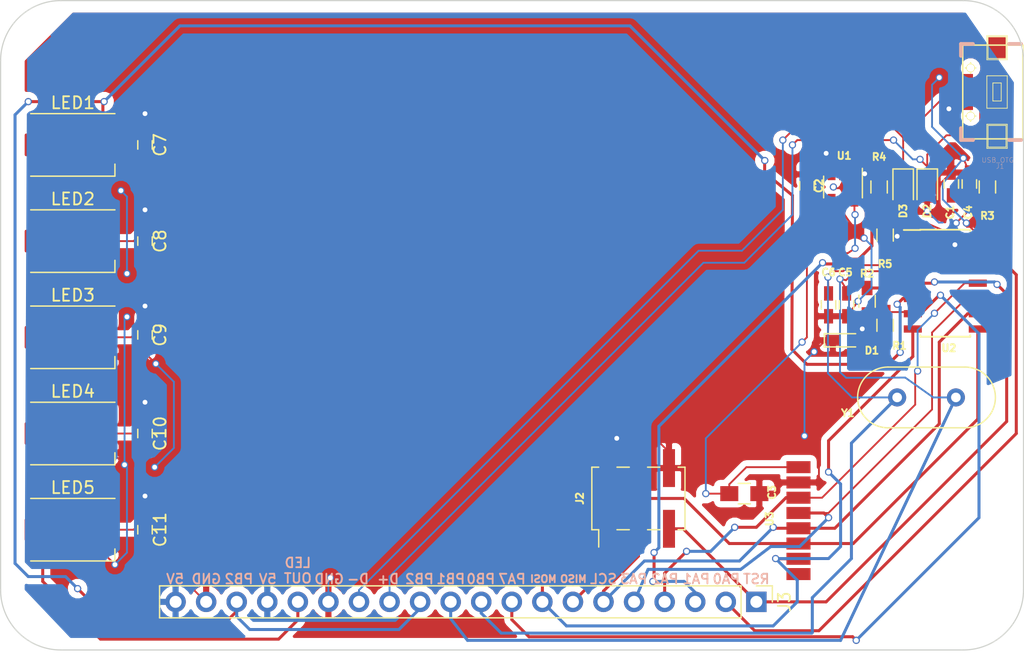
<source format=kicad_pcb>
(kicad_pcb (version 4) (host pcbnew 4.0.6)
  (layers (0 F.Cu signal) (31 B.Cu signal) (34 B.Paste user) (35 F.Paste user) (36 B.SilkS user) (37 F.SilkS user) (38 B.Mask user) (39 F.Mask user) (44 Edge.Cuts user))
  (net 0 "")
  (net 1 GND)
  (net 2 +3V3)
  (net 3 "Net-(D1-Pad2)")
  (net 4 +5V)
  (net 5 "Net-(D2-Pad1)")
  (net 6 "Net-(D3-Pad1)")
  (net 7 "Net-(LED1-Pad2)")
  (net 8 "Net-(LED2-Pad2)")
  (net 9 "Net-(LED3-Pad2)")
  (net 10 "Net-(LED4-Pad2)")
  (net 11 "Net-(U1-Pad4)")
  (net 12 "Net-(U3-Pad8)")
  (net 13 "Net-(J1-Pad4)")
  (net 14 "Net-(J1-Pad6)")
  (net 15 PB1/XTAL2)
  (net 16 PB0/XTAL1)
  (net 17 PA5/MISO)
  (net 18 PA4/SCL)
  (net 19 PA6/MOSI)
  (net 20 RESET)
  (net 21 PA0)
  (net 22 PA1)
  (net 23 PA2)
  (net 24 PA3)
  (net 25 PA7)
  (net 26 PB2/INT0)
  (net 27 LED-OUT)
  (module Pin_Headers:Pin_Header_Straight_2x03_Pitch2.54mm_SMD (layer F.Cu) (at 143 92.4 90)
    (fp_text reference J2 (at 0 -4.87 90) (layer F.SilkS) (effects (font (size 0.6 0.6))))
    (fp_text value Conn_02x03_Odd_Even)
    (pad 1 smd rect (at -2.525 -2.54 90) (size 3.15 1) (layers F.Cu F.Paste F.Mask) (net 17 PA5/MISO))
    (pad 2 smd rect (at 2.525 -2.54 90) (size 3.15 1) (layers F.Cu F.Paste F.Mask) (net 4 +5V))
    (pad 3 smd rect (at -2.525 0 90) (size 3.15 1) (layers F.Cu F.Paste F.Mask) (net 18 PA4/SCL))
    (pad 4 smd rect (at 2.525 0 90) (size 3.15 1) (layers F.Cu F.Paste F.Mask) (net 19 PA6/MOSI))
    (pad 5 smd rect (at -2.525 2.54 90) (size 3.15 1) (layers F.Cu F.Paste F.Mask) (net 20 RESET))
    (pad 6 smd rect (at 2.525 2.54 90) (size 3.15 1) (layers F.Cu F.Paste F.Mask) (net 1 GND))
  )
  (module Capacitors_SMD:C_0805_HandSoldering (layer F.Cu) (at 151.8 92)
    (fp_text reference C3 (at 2.3 -0.1 90) (layer F.SilkS) (effects (font (size 0.6 0.6))))
    (fp_text value 10uF)
    (pad 1 smd rect (at -1.25 0) (size 1.5 1.25) (layers F.Cu F.Paste F.Mask) (net 2 +3V3))
    (pad 2 smd rect (at 1.25 0) (size 1.5 1.25) (layers F.Cu F.Paste F.Mask) (net 1 GND))
  )
  (module TO_SOT_Packages_SMD:SOT-23-5 (layer F.Cu) (at 160 66.5 270)
    (fp_text reference U1 (at -2.6 -0.1 360) (layer F.SilkS) (effects (font (size 0.6 0.6))))
    (fp_text value MIC5504-3.3YM5)
    (pad 1 smd rect (at -1.1 -0.95 270) (size 1.06 0.65) (layers F.Cu F.Paste F.Mask) (net 4 +5V))
    (pad 2 smd rect (at -1.1 0 270) (size 1.06 0.65) (layers F.Cu F.Paste F.Mask) (net 1 GND))
    (pad 3 smd rect (at -1.1 0.95 270) (size 1.06 0.65) (layers F.Cu F.Paste F.Mask) (net 4 +5V))
    (pad 4 smd rect (at 1.1 0.95 270) (size 1.06 0.65) (layers F.Cu F.Paste F.Mask) (net 11 "Net-(U1-Pad4)"))
    (pad 5 smd rect (at 1.1 -0.95 270) (size 1.06 0.65) (layers F.Cu F.Paste F.Mask) (net 2 +3V3))
  )
  (module Housings_SOIC:SOIC-14_3.9x8.7mm_Pitch1.27mm (layer F.Cu) (at 168.5 74.5)
    (fp_text reference U2 (at 0.3 5.4) (layer F.SilkS) (effects (font (size 0.6 0.6))))
    (fp_text value ATTINY84A-SSU)
    (pad 1 smd rect (at -2.7 -3.81) (size 1.5 0.6) (layers F.Cu F.Paste F.Mask) (net 4 +5V))
    (pad 2 smd rect (at -2.7 -2.54) (size 1.5 0.6) (layers F.Cu F.Paste F.Mask) (net 16 PB0/XTAL1))
    (pad 3 smd rect (at -2.7 -1.27) (size 1.5 0.6) (layers F.Cu F.Paste F.Mask) (net 15 PB1/XTAL2))
    (pad 4 smd rect (at -2.7 0) (size 1.5 0.6) (layers F.Cu F.Paste F.Mask) (net 20 RESET))
    (pad 5 smd rect (at -2.7 1.27) (size 1.5 0.6) (layers F.Cu F.Paste F.Mask) (net 26 PB2/INT0))
    (pad 6 smd rect (at -2.7 2.54) (size 1.5 0.6) (layers F.Cu F.Paste F.Mask) (net 25 PA7))
    (pad 7 smd rect (at -2.7 3.81) (size 1.5 0.6) (layers F.Cu F.Paste F.Mask) (net 19 PA6/MOSI))
    (pad 8 smd rect (at 2.7 3.81) (size 1.5 0.6) (layers F.Cu F.Paste F.Mask) (net 17 PA5/MISO))
    (pad 9 smd rect (at 2.7 2.54) (size 1.5 0.6) (layers F.Cu F.Paste F.Mask) (net 18 PA4/SCL))
    (pad 10 smd rect (at 2.7 1.27) (size 1.5 0.6) (layers F.Cu F.Paste F.Mask) (net 24 PA3))
    (pad 11 smd rect (at 2.7 0) (size 1.5 0.6) (layers F.Cu F.Paste F.Mask) (net 23 PA2))
    (pad 12 smd rect (at 2.7 -1.27) (size 1.5 0.6) (layers F.Cu F.Paste F.Mask) (net 22 PA1))
    (pad 13 smd rect (at 2.7 -2.54) (size 1.5 0.6) (layers F.Cu F.Paste F.Mask) (net 21 PA0))
    (pad 14 smd rect (at 2.7 -3.81) (size 1.5 0.6) (layers F.Cu F.Paste F.Mask) (net 1 GND))
  )
  (module mysensors_radios:NRF24L01-SMD (layer F.Cu) (at 165 94.2 270)
    (fp_text reference U3 (at -0.1 11.1 270) (layer F.SilkS) (effects (font (size 0.6 0.6))))
    (fp_text value NRF24L01_Breakout)
    (pad 2 smd rect (at -4.4 8.7 270) (size 1 2) (layers F.Cu F.Paste F.Mask) (net 2 +3V3))
    (pad 1 smd rect (at -3.13 8.7 270) (size 1 2) (layers F.Cu F.Paste F.Mask) (net 1 GND))
    (pad 3 smd rect (at -1.86 8.7 270) (size 1 2) (layers F.Cu F.Paste F.Mask) (net 23 PA2))
    (pad 4 smd rect (at -0.59 8.7 270) (size 1 2) (layers F.Cu F.Paste F.Mask) (net 24 PA3))
    (pad 5 smd rect (at 0.68 8.7 270) (size 1 2) (layers F.Cu F.Paste F.Mask) (net 18 PA4/SCL))
    (pad 6 smd rect (at 1.95 8.7 270) (size 1 2) (layers F.Cu F.Paste F.Mask) (net 17 PA5/MISO))
    (pad 7 smd rect (at 3.22 8.7 270) (size 1 2) (layers F.Cu F.Paste F.Mask) (net 19 PA6/MOSI))
    (pad 8 smd rect (at 4.49 8.7 270) (size 1 2) (layers F.Cu F.Paste F.Mask) (net 12 "Net-(U3-Pad8)"))
  )
  (module Crystals:Crystal_HC49-4H_Vertical (layer F.Cu) (at 164.5 84)
    (fp_text reference Y1 (at -4.1 1.3) (layer F.SilkS) (effects (font (size 0.6 0.6))))
    (fp_text value 16Mhz)
    (pad 1 thru_hole circle (at 0 0) (size 1.5 1.5) (drill 0.8) (layers *.Cu *.Mask) (net 16 PB0/XTAL1))
    (pad 2 thru_hole circle (at 4.88 0) (size 1.5 1.5) (drill 0.8) (layers *.Cu *.Mask) (net 15 PB1/XTAL2))
  )
  (module Capacitors_SMD:C_0603_HandSoldering (layer F.Cu) (at 169 66.25 90)
    (fp_text reference C1 (at -2.35 -0.1 90) (layer F.SilkS) (effects (font (size 0.6 0.6))))
    (fp_text value 1uF)
    (pad 1 smd rect (at -0.95 0 90) (size 1.2 0.75) (layers F.Cu F.Paste F.Mask) (net 4 +5V))
    (pad 2 smd rect (at 0.95 0 90) (size 1.2 0.75) (layers F.Cu F.Paste F.Mask) (net 1 GND))
  )
  (module Capacitors_SMD:C_0603_HandSoldering (layer F.Cu) (at 157 66.4 270)
    (fp_text reference C2 (at 0 -1 270) (layer F.SilkS) (effects (font (size 0.6 0.6))))
    (fp_text value 1uF)
    (pad 1 smd rect (at -0.95 0 270) (size 1.2 0.75) (layers F.Cu F.Paste F.Mask) (net 1 GND))
    (pad 2 smd rect (at 0.95 0 270) (size 1.2 0.75) (layers F.Cu F.Paste F.Mask) (net 2 +3V3))
  )
  (module Capacitors_SMD:C_0603_HandSoldering (layer F.Cu) (at 170.5 66.25 90)
    (fp_text reference C4 (at -2.35 -0.1 90) (layer F.SilkS) (effects (font (size 0.6 0.6))))
    (fp_text value 100nF)
    (pad 1 smd rect (at -0.95 0 90) (size 1.2 0.75) (layers F.Cu F.Paste F.Mask) (net 4 +5V))
    (pad 2 smd rect (at 0.95 0 90) (size 1.2 0.75) (layers F.Cu F.Paste F.Mask) (net 1 GND))
  )
  (module Capacitors_SMD:C_0603_HandSoldering (layer F.Cu) (at 160.3 76.3 90)
    (fp_text reference C5 (at 2.7 -0.1 180) (layer F.SilkS) (effects (font (size 0.6 0.6))))
    (fp_text value 18pF)
    (pad 1 smd rect (at -0.95 0 90) (size 1.2 0.75) (layers F.Cu F.Paste F.Mask) (net 1 GND))
    (pad 2 smd rect (at 0.95 0 90) (size 1.2 0.75) (layers F.Cu F.Paste F.Mask) (net 15 PB1/XTAL2))
  )
  (module Capacitors_SMD:C_0603_HandSoldering (layer F.Cu) (at 158.8 76.3 90)
    (fp_text reference C6 (at 2.7 0 180) (layer F.SilkS) (effects (font (size 0.6 0.6))))
    (fp_text value 18pF)
    (pad 1 smd rect (at -0.95 0 90) (size 1.2 0.75) (layers F.Cu F.Paste F.Mask) (net 1 GND))
    (pad 2 smd rect (at 0.95 0 90) (size 1.2 0.75) (layers F.Cu F.Paste F.Mask) (net 16 PB0/XTAL1))
  )
  (module LEDs:LED_0603_HandSoldering (layer F.Cu) (at 160.25 79.25)
    (fp_text reference D1 (at 2.15 0.85) (layer F.SilkS) (effects (font (size 0.6 0.6))))
    (fp_text value LED)
    (pad 1 smd rect (at -1.1 0) (size 1.2 0.9) (layers F.Cu F.Paste F.Mask) (net 1 GND))
    (pad 2 smd rect (at 1.1 0) (size 1.2 0.9) (layers F.Cu F.Paste F.Mask) (net 3 "Net-(D1-Pad2)"))
  )
  (module Resistors_SMD:R_0603_HandSoldering (layer F.Cu) (at 163.5 78 90)
    (fp_text reference R1 (at -1.7 1.2 180) (layer F.SilkS) (effects (font (size 0.6 0.6))))
    (fp_text value 220)
    (pad 1 smd rect (at -1.1 0 90) (size 1.2 0.9) (layers F.Cu F.Paste F.Mask) (net 3 "Net-(D1-Pad2)"))
    (pad 2 smd rect (at 1.1 0 90) (size 1.2 0.9) (layers F.Cu F.Paste F.Mask) (net 25 PA7))
  )
  (module Resistors_SMD:R_0603_HandSoldering (layer F.Cu) (at 162 76 90)
    (fp_text reference R2 (at 2.3 0 180) (layer F.SilkS) (effects (font (size 0.6 0.6))))
    (fp_text value 4k7)
    (pad 1 smd rect (at -1.1 0 90) (size 1.2 0.9) (layers F.Cu F.Paste F.Mask) (net 4 +5V))
    (pad 2 smd rect (at 1.1 0 90) (size 1.2 0.9) (layers F.Cu F.Paste F.Mask) (net 20 RESET))
  )
  (module Resistors_SMD:R_0603_HandSoldering (layer F.Cu) (at 172 66.5 90)
    (fp_text reference R3 (at -2.4 0 180) (layer F.SilkS) (effects (font (size 0.6 0.6))))
    (fp_text value 68)
    (pad 1 smd rect (at -1.1 0 90) (size 1.2 0.9) (layers F.Cu F.Paste F.Mask) (net 21 PA0))
    (pad 2 smd rect (at 1.1 0 90) (size 1.2 0.9) (layers F.Cu F.Paste F.Mask) (net 5 "Net-(D2-Pad1)"))
  )
  (module Resistors_SMD:R_0603_HandSoldering (layer F.Cu) (at 163 66.5 90)
    (fp_text reference R4 (at 2.5 0 180) (layer F.SilkS) (effects (font (size 0.6 0.6))))
    (fp_text value 68)
    (pad 1 smd rect (at -1.1 0 90) (size 1.2 0.9) (layers F.Cu F.Paste F.Mask) (net 22 PA1))
    (pad 2 smd rect (at 1.1 0 90) (size 1.2 0.9) (layers F.Cu F.Paste F.Mask) (net 6 "Net-(D3-Pad1)"))
  )
  (module Resistors_SMD:R_0603_HandSoldering (layer F.Cu) (at 163.5 70.5 90)
    (fp_text reference R5 (at -2.4 0 180) (layer F.SilkS) (effects (font (size 0.6 0.6))))
    (fp_text value 2k2)
    (pad 1 smd rect (at -1.1 0 90) (size 1.2 0.9) (layers F.Cu F.Paste F.Mask) (net 4 +5V))
    (pad 2 smd rect (at 1.1 0 90) (size 1.2 0.9) (layers F.Cu F.Paste F.Mask) (net 22 PA1))
  )
  (module Diodes_SMD:D_SOD-323 (layer F.Cu) (at 167 66.5 270)
    (fp_text reference D2 (at 2 0 450) (layer F.SilkS) (effects (font (size 0.6 0.6))))
    (fp_text value D_Zener)
    (pad 1 smd rect (at -1.05 0 270) (size 0.6 0.45) (layers F.Cu F.Paste F.Mask) (net 5 "Net-(D2-Pad1)"))
    (pad 2 smd rect (at 1.05 0 270) (size 0.6 0.45) (layers F.Cu F.Paste F.Mask) (net 1 GND))
  )
  (module Diodes_SMD:D_SOD-323 (layer F.Cu) (at 165 66.5 270)
    (fp_text reference D3 (at 2 0 270) (layer F.SilkS) (effects (font (size 0.6 0.6))))
    (fp_text value D_Zener)
    (pad 1 smd rect (at -1.05 0 270) (size 0.6 0.45) (layers F.Cu F.Paste F.Mask) (net 6 "Net-(D3-Pad1)"))
    (pad 2 smd rect (at 1.05 0 270) (size 0.6 0.45) (layers F.Cu F.Paste F.Mask) (net 1 GND))
  )
  (module Capacitors_SMD:C_0603_HandSoldering (layer F.Cu) (at 102 63 270)
    (fp_text reference C7 (at 0 -1.25 270) (layer F.SilkS))
    (fp_text value 100nF)
    (pad 1 smd rect (at -0.95 0 270) (size 1.2 0.75) (layers F.Cu F.Paste F.Mask) (net 4 +5V))
    (pad 2 smd rect (at 0.95 0 270) (size 1.2 0.75) (layers F.Cu F.Paste F.Mask) (net 1 GND))
  )
  (module Capacitors_SMD:C_0603_HandSoldering (layer F.Cu) (at 102 71 270)
    (fp_text reference C8 (at 0 -1.25 270) (layer F.SilkS))
    (fp_text value 100nF)
    (pad 1 smd rect (at -0.95 0 270) (size 1.2 0.75) (layers F.Cu F.Paste F.Mask) (net 4 +5V))
    (pad 2 smd rect (at 0.95 0 270) (size 1.2 0.75) (layers F.Cu F.Paste F.Mask) (net 1 GND))
  )
  (module Capacitors_SMD:C_0603_HandSoldering (layer F.Cu) (at 102 78.8 270)
    (fp_text reference C9 (at 0 -1.25 270) (layer F.SilkS))
    (fp_text value 100nF)
    (pad 1 smd rect (at -0.95 0 270) (size 1.2 0.75) (layers F.Cu F.Paste F.Mask) (net 4 +5V))
    (pad 2 smd rect (at 0.95 0 270) (size 1.2 0.75) (layers F.Cu F.Paste F.Mask) (net 1 GND))
  )
  (module Capacitors_SMD:C_0603_HandSoldering (layer F.Cu) (at 102 87 270)
    (fp_text reference C10 (at 0 -1.25 270) (layer F.SilkS))
    (fp_text value 100nF)
    (pad 1 smd rect (at -0.95 0 270) (size 1.2 0.75) (layers F.Cu F.Paste F.Mask) (net 4 +5V))
    (pad 2 smd rect (at 0.95 0 270) (size 1.2 0.75) (layers F.Cu F.Paste F.Mask) (net 1 GND))
  )
  (module Capacitors_SMD:C_0603_HandSoldering (layer F.Cu) (at 102 95 270)
    (fp_text reference C11 (at 0 -1.25 270) (layer F.SilkS))
    (fp_text value 100nF)
    (pad 1 smd rect (at -0.95 0 270) (size 1.2 0.75) (layers F.Cu F.Paste F.Mask) (net 4 +5V))
    (pad 2 smd rect (at 0.95 0 270) (size 1.2 0.75) (layers F.Cu F.Paste F.Mask) (net 1 GND))
  )
  (module LEDs:LED_WS2812B-PLCC4 (layer F.Cu) (at 96 63)
    (fp_text reference LED1 (at 0 -3.5) (layer F.SilkS))
    (fp_text value WS2812B)
    (pad 3 smd rect (at 2.5 1.6) (size 1.6 1) (layers F.Cu F.Paste F.Mask) (net 1 GND))
    (pad 4 smd rect (at 2.5 -1.6) (size 1.6 1) (layers F.Cu F.Paste F.Mask) (net 26 PB2/INT0))
    (pad 2 smd rect (at -2.5 1.6) (size 1.6 1) (layers F.Cu F.Paste F.Mask) (net 7 "Net-(LED1-Pad2)"))
    (pad 1 smd rect (at -2.5 -1.6) (size 1.6 1) (layers F.Cu F.Paste F.Mask) (net 4 +5V))
  )
  (module LEDs:LED_WS2812B-PLCC4 (layer F.Cu) (at 96 71)
    (fp_text reference LED2 (at 0 -3.5) (layer F.SilkS))
    (fp_text value WS2812B)
    (pad 3 smd rect (at 2.5 1.6) (size 1.6 1) (layers F.Cu F.Paste F.Mask) (net 1 GND))
    (pad 4 smd rect (at 2.5 -1.6) (size 1.6 1) (layers F.Cu F.Paste F.Mask) (net 7 "Net-(LED1-Pad2)"))
    (pad 2 smd rect (at -2.5 1.6) (size 1.6 1) (layers F.Cu F.Paste F.Mask) (net 8 "Net-(LED2-Pad2)"))
    (pad 1 smd rect (at -2.5 -1.6) (size 1.6 1) (layers F.Cu F.Paste F.Mask) (net 4 +5V))
  )
  (module LEDs:LED_WS2812B-PLCC4 (layer F.Cu) (at 96 79)
    (fp_text reference LED3 (at 0 -3.5) (layer F.SilkS))
    (fp_text value WS2812B)
    (pad 3 smd rect (at 2.5 1.6) (size 1.6 1) (layers F.Cu F.Paste F.Mask) (net 1 GND))
    (pad 4 smd rect (at 2.5 -1.6) (size 1.6 1) (layers F.Cu F.Paste F.Mask) (net 8 "Net-(LED2-Pad2)"))
    (pad 2 smd rect (at -2.5 1.6) (size 1.6 1) (layers F.Cu F.Paste F.Mask) (net 9 "Net-(LED3-Pad2)"))
    (pad 1 smd rect (at -2.5 -1.6) (size 1.6 1) (layers F.Cu F.Paste F.Mask) (net 4 +5V))
  )
  (module LEDs:LED_WS2812B-PLCC4 (layer F.Cu) (at 96 87)
    (fp_text reference LED4 (at 0 -3.5) (layer F.SilkS))
    (fp_text value WS2812B)
    (pad 3 smd rect (at 2.5 1.6) (size 1.6 1) (layers F.Cu F.Paste F.Mask) (net 1 GND))
    (pad 4 smd rect (at 2.5 -1.6) (size 1.6 1) (layers F.Cu F.Paste F.Mask) (net 9 "Net-(LED3-Pad2)"))
    (pad 2 smd rect (at -2.5 1.6) (size 1.6 1) (layers F.Cu F.Paste F.Mask) (net 10 "Net-(LED4-Pad2)"))
    (pad 1 smd rect (at -2.5 -1.6) (size 1.6 1) (layers F.Cu F.Paste F.Mask) (net 4 +5V))
  )
  (module LEDs:LED_WS2812B-PLCC4 (layer F.Cu) (at 96 95)
    (fp_text reference LED5 (at 0 -3.5) (layer F.SilkS))
    (fp_text value WS2812B)
    (pad 3 smd rect (at 2.5 1.6) (size 1.6 1) (layers F.Cu F.Paste F.Mask) (net 1 GND))
    (pad 4 smd rect (at 2.5 -1.6) (size 1.6 1) (layers F.Cu F.Paste F.Mask) (net 10 "Net-(LED4-Pad2)"))
    (pad 2 smd rect (at -2.5 1.6) (size 1.6 1) (layers F.Cu F.Paste F.Mask) (net 27 LED-OUT))
    (pad 1 smd rect (at -2.5 -1.6) (size 1.6 1) (layers F.Cu F.Paste F.Mask) (net 4 +5V))
  )
  (module SparkFun-Connectors:BCLogoCopper (layer F.Cu) (at 145.3 72.6)
    (fp_text reference G*** hide)
    (fp_text value LOGO hide)
  )
  (module Pin_Headers:Pin_Header_Straight_1x20_Pitch2.54mm (layer F.Cu) (at 152.8 101 270)
    (fp_text reference J3 (at 0 -2.33 270) (layer F.SilkS))
    (fp_text value Conn_01x20)
    (pad 1 thru_hole rect (at 0 0 270) (size 1.7 1.7) (drill 1) (layers *.Cu *.Mask) (net 20 RESET))
    (pad 2 thru_hole oval (at 0 2.54 270) (size 1.7 1.7) (drill 1) (layers *.Cu *.Mask) (net 21 PA0))
    (pad 3 thru_hole oval (at 0 5.08 270) (size 1.7 1.7) (drill 1) (layers *.Cu *.Mask) (net 22 PA1))
    (pad 4 thru_hole oval (at 0 7.62 270) (size 1.7 1.7) (drill 1) (layers *.Cu *.Mask) (net 23 PA2))
    (pad 5 thru_hole oval (at 0 10.16 270) (size 1.7 1.7) (drill 1) (layers *.Cu *.Mask) (net 24 PA3))
    (pad 6 thru_hole oval (at 0 12.7 270) (size 1.7 1.7) (drill 1) (layers *.Cu *.Mask) (net 18 PA4/SCL))
    (pad 7 thru_hole oval (at 0 15.24 270) (size 1.7 1.7) (drill 1) (layers *.Cu *.Mask) (net 17 PA5/MISO))
    (pad 8 thru_hole oval (at 0 17.78 270) (size 1.7 1.7) (drill 1) (layers *.Cu *.Mask) (net 19 PA6/MOSI))
    (pad 9 thru_hole oval (at 0 20.32 270) (size 1.7 1.7) (drill 1) (layers *.Cu *.Mask) (net 25 PA7))
    (pad 10 thru_hole oval (at 0 22.86 270) (size 1.7 1.7) (drill 1) (layers *.Cu *.Mask) (net 16 PB0/XTAL1))
    (pad 11 thru_hole oval (at 0 25.4 270) (size 1.7 1.7) (drill 1) (layers *.Cu *.Mask) (net 15 PB1/XTAL2))
    (pad 12 thru_hole oval (at 0 27.94 270) (size 1.7 1.7) (drill 1) (layers *.Cu *.Mask) (net 26 PB2/INT0))
    (pad 13 thru_hole oval (at 0 30.48 270) (size 1.7 1.7) (drill 1) (layers *.Cu *.Mask) (net 5 "Net-(D2-Pad1)"))
    (pad 14 thru_hole oval (at 0 33.02 270) (size 1.7 1.7) (drill 1) (layers *.Cu *.Mask) (net 6 "Net-(D3-Pad1)"))
    (pad 15 thru_hole oval (at 0 35.56 270) (size 1.7 1.7) (drill 1) (layers *.Cu *.Mask) (net 1 GND))
    (pad 16 thru_hole oval (at 0 38.1 270) (size 1.7 1.7) (drill 1) (layers *.Cu *.Mask) (net 27 LED-OUT))
    (pad 17 thru_hole oval (at 0 40.64 270) (size 1.7 1.7) (drill 1) (layers *.Cu *.Mask) (net 4 +5V))
    (pad 18 thru_hole oval (at 0 43.18 270) (size 1.7 1.7) (drill 1) (layers *.Cu *.Mask) (net 26 PB2/INT0))
    (pad 19 thru_hole oval (at 0 45.72 270) (size 1.7 1.7) (drill 1) (layers *.Cu *.Mask) (net 1 GND))
    (pad 20 thru_hole oval (at 0 48.26 270) (size 1.7 1.7) (drill 1) (layers *.Cu *.Mask) (net 4 +5V))
  )
  (module SparkFun-Connectors:visitkorttext (layer F.Cu) (at 128.6 75)
    (fp_text reference G*** hide)
    (fp_text value LOGO hide)
  )
  (module SparkFun-Connectors:USB-B-MICRO-SMD_V03-fixed (layer F.Cu) (at 172.8 58.6 180)
    (fp_text reference J1 (at -0.254 -6.1722 180) (layer B.SilkS) (effects (font (size 0.4064 0.4064) (thickness 0.0254))))
    (fp_text value USB_OTG (at -0.0508 -5.6642 180) (layer B.SilkS) (effects (font (size 0.4064 0.4064) (thickness 0.0254))))
    (pad "" np_thru_hole circle (at 2.2 -2 180) (size 0.6 0.6) (drill 0.6) (layers *.Cu *.Mask))
    (pad 3 smd rect (at 2.72288 0 270) (size 0.39878 1.4478) (layers F.Cu F.Paste F.Mask) (net 5 "Net-(D2-Pad1)"))
    (pad 2 smd rect (at 2.72288 -0.6477 270) (size 0.39878 1.4478) (layers F.Cu F.Paste F.Mask) (net 6 "Net-(D3-Pad1)"))
    (pad 5 smd rect (at 2.72288 1.29794 270) (size 0.39878 1.4478) (layers F.Cu F.Paste F.Mask) (net 1 GND))
    (pad 4 smd rect (at 2.72288 0.6477 270) (size 0.39878 1.4478) (layers F.Cu F.Paste F.Mask) (net 13 "Net-(J1-Pad4)"))
    (pad 6 smd rect (at 0 -3.683 270) (size 1.79832 1.4986) (layers F.Cu F.Paste F.Mask) (net 14 "Net-(J1-Pad6)"))
    (pad 6 smd rect (at 0 3.683 270) (size 1.79832 1.4986) (layers F.Cu F.Paste F.Mask) (net 14 "Net-(J1-Pad6)"))
    (pad 6 smd rect (at 0 0 270) (size 2.49936 1.4986) (layers F.Cu F.Paste F.Mask) (net 14 "Net-(J1-Pad6)"))
    (pad 1 smd rect (at 2.72288 -1.29794 270) (size 0.39878 1.4478) (layers F.Cu F.Paste F.Mask) (net 4 +5V))
    (pad "" np_thru_hole circle (at 2.2 2 180) (size 0.6 0.6) (drill 0.6) (layers *.Cu *.Mask))
  )
  (gr_text RST (at 152.8 99.1) (layer B.SilkS) (effects (font (size 0.8 0.8)) (justify mirror)))
  (gr_text PA0 (at 150.3 99.1) (layer B.SilkS) (effects (font (size 0.8 0.8)) (justify mirror)))
  (gr_text PA1 (at 147.8 99.1) (layer B.SilkS) (effects (font (size 0.8 0.8)) (justify mirror)))
  (gr_text PA2 (at 145.2 99.1) (layer B.SilkS) (effects (font (size 0.8 0.8)) (justify mirror)))
  (gr_text PA3 (at 142.6 99.1) (layer B.SilkS) (effects (font (size 0.8 0.8)) (justify mirror)))
  (gr_text SCL (at 140.1 99.1) (layer B.SilkS) (effects (font (size 0.8 0.8)) (justify mirror)))
  (gr_text MISO (at 137.6 99.1) (layer B.SilkS) (effects (font (size 0.6 0.6)) (justify mirror)))
  (gr_text MOSI (at 135.1 99.1) (layer B.SilkS) (effects (font (size 0.6 0.6)) (justify mirror)))
  (gr_text PA7 (at 132.5 99.1) (layer B.SilkS) (effects (font (size 0.8 0.8)) (justify mirror)))
  (gr_text PB0 (at 129.9 99.1) (layer B.SilkS) (effects (font (size 0.8 0.8)) (justify mirror)))
  (gr_text PB1 (at 127.4 99.1) (layer B.SilkS) (effects (font (size 0.8 0.8)) (justify mirror)))
  (gr_text PB2 (at 124.8 99.1) (layer B.SilkS) (effects (font (size 0.8 0.8)) (justify mirror)))
  (gr_text D+ (at 122.2 99.1) (layer B.SilkS) (effects (font (size 0.8 0.8)) (justify mirror)))
  (gr_text D- (at 119.7 99.1) (layer B.SilkS) (effects (font (size 0.8 0.8)) (justify mirror)))
  (gr_text GND (at 117.3 99.1) (layer B.SilkS) (effects (font (size 0.8 0.8)) (justify mirror)))
  (gr_text "LED\nOUT" (at 114.7 98.4) (layer B.SilkS) (effects (font (size 0.8 0.8)) (justify mirror)))
  (gr_text 5V (at 112.2 99.1) (layer B.SilkS) (effects (font (size 0.8 0.8)) (justify mirror)))
  (gr_text PB2 (at 109.8 99.1) (layer B.SilkS) (effects (font (size 0.8 0.8)) (justify mirror)))
  (gr_text GND (at 107.1 99.1) (layer B.SilkS) (effects (font (size 0.8 0.8)) (justify mirror)))
  (gr_text 5V (at 104.5 99.1) (layer B.SilkS) (effects (font (size 0.8 0.8)) (justify mirror)))
  (gr_line (start 95 105) (end 170 105) (angle 90) (layer Edge.Cuts) (width 0.1))
  (gr_line (start 90 56) (end 90 100) (angle 90) (layer Edge.Cuts) (width 0.1))
  (gr_line (start 170 51) (end 95 51) (angle 90) (layer Edge.Cuts) (width 0.1))
  (gr_line (start 175 100) (end 175 56) (angle 90) (layer Edge.Cuts) (width 0.1))
  (gr_arc (start 95 56) (end 90 56) (angle 90) (layer Edge.Cuts) (width 0.1))
  (gr_arc (start 95 100) (end 95 105) (angle 90) (layer Edge.Cuts) (width 0.1))
  (gr_arc (start 170 100) (end 175 100) (angle 90) (layer Edge.Cuts) (width 0.1))
  (gr_arc (start 170 56) (end 170 51) (angle 90) (layer Edge.Cuts) (width 0.1))
  (segment (start 102 71.95) (end 102 74) (width 0.1524) (layer F.Cu) (net 1))
  (segment (start 100.3 77.5) (end 100.3 89.6) (width 0.1524) (layer B.Cu) (net 1))
  (segment (start 100.5 77.3) (end 100.3 77.5) (width 0.1524) (layer B.Cu) (net 1))
  (via (at 100.5 77.3) (size 0.6) (drill 0.4) (layers F.Cu B.Cu) (net 1))
  (segment (start 100.5 75.5) (end 100.5 77.3) (width 0.1524) (layer F.Cu) (net 1))
  (segment (start 102 74) (end 100.5 75.5) (width 0.1524) (layer F.Cu) (net 1))
  (segment (start 98.5 64.6) (end 98.5 65.3) (width 0.1524) (layer F.Cu) (net 1))
  (segment (start 99.4 72.6) (end 98.5 72.6) (width 0.1524) (layer F.Cu) (net 1))
  (segment (start 100.5 73.7) (end 99.4 72.6) (width 0.1524) (layer F.Cu) (net 1))
  (via (at 100.5 73.7) (size 0.6) (drill 0.4) (layers F.Cu B.Cu) (net 1))
  (segment (start 100.5 67.3) (end 100.5 73.7) (width 0.1524) (layer B.Cu) (net 1))
  (segment (start 100 66.8) (end 100.5 67.3) (width 0.1524) (layer B.Cu) (net 1))
  (via (at 100 66.8) (size 0.6) (drill 0.4) (layers F.Cu B.Cu) (net 1))
  (segment (start 98.5 65.3) (end 100 66.8) (width 0.1524) (layer F.Cu) (net 1))
  (segment (start 102 63.95) (end 99.15 63.95) (width 0.1524) (layer F.Cu) (net 1))
  (segment (start 99.15 63.95) (end 98.5 64.6) (width 0.1524) (layer F.Cu) (net 1))
  (segment (start 98.5 96.6) (end 98.5 96.9) (width 0.1524) (layer F.Cu) (net 1))
  (segment (start 98.5 96.9) (end 99.5 97.9) (width 0.1524) (layer F.Cu) (net 1))
  (segment (start 100.3 89.6) (end 99.3 88.6) (width 0.1524) (layer F.Cu) (net 1))
  (via (at 100.3 89.6) (size 0.6) (drill 0.4) (layers F.Cu B.Cu) (net 1))
  (segment (start 100.5 89.8) (end 100.3 89.6) (width 0.1524) (layer B.Cu) (net 1))
  (segment (start 100.5 96.9) (end 100.5 89.8) (width 0.1524) (layer B.Cu) (net 1))
  (segment (start 99.5 97.9) (end 100.5 96.9) (width 0.1524) (layer B.Cu) (net 1))
  (via (at 99.5 97.9) (size 0.6) (drill 0.4) (layers F.Cu B.Cu) (net 1))
  (segment (start 99.3 88.6) (end 98.5 88.6) (width 0.1524) (layer F.Cu) (net 1))
  (segment (start 102 87.95) (end 102 89) (width 0.1524) (layer F.Cu) (net 1))
  (segment (start 102.9 81.2) (end 102 80.3) (width 0.1524) (layer F.Cu) (net 1))
  (via (at 102.9 81.2) (size 0.6) (drill 0.4) (layers F.Cu B.Cu) (net 1))
  (segment (start 104.4 82.7) (end 102.9 81.2) (width 0.1524) (layer B.Cu) (net 1))
  (segment (start 104.4 88.2) (end 104.4 82.7) (width 0.1524) (layer B.Cu) (net 1))
  (segment (start 102.8 89.8) (end 104.4 88.2) (width 0.1524) (layer B.Cu) (net 1))
  (via (at 102.8 89.8) (size 0.6) (drill 0.4) (layers F.Cu B.Cu) (net 1))
  (segment (start 102 89) (end 102.8 89.8) (width 0.1524) (layer F.Cu) (net 1))
  (segment (start 102 80.3) (end 102 79.75) (width 0.1524) (layer F.Cu) (net 1))
  (segment (start 98.5 80.6) (end 101.15 80.6) (width 0.1524) (layer F.Cu) (net 1))
  (segment (start 101.15 80.6) (end 102 79.75) (width 0.1524) (layer F.Cu) (net 1))
  (segment (start 98.5 88.6) (end 101.35 88.6) (width 0.1524) (layer F.Cu) (net 1))
  (segment (start 101.35 88.6) (end 102 87.95) (width 0.1524) (layer F.Cu) (net 1))
  (segment (start 98.5 96.6) (end 101.35 96.6) (width 0.1524) (layer F.Cu) (net 1))
  (segment (start 101.35 96.6) (end 102 95.95) (width 0.1524) (layer F.Cu) (net 1))
  (segment (start 159.15 79.25) (end 158.55 79.25) (width 0.1524) (layer F.Cu) (net 1))
  (segment (start 158.55 79.25) (end 157.6 80.2) (width 0.1524) (layer F.Cu) (net 1))
  (segment (start 157.6 88) (end 157.6 88.6) (width 0.1524) (layer F.Cu) (net 1))
  (segment (start 156.8 87.2) (end 157.6 88) (width 0.1524) (layer F.Cu) (net 1))
  (via (at 156.8 87.2) (size 0.6) (drill 0.4) (layers F.Cu B.Cu) (net 1))
  (segment (start 156.8 81) (end 156.8 87.2) (width 0.1524) (layer B.Cu) (net 1))
  (segment (start 157.6 80.2) (end 156.8 81) (width 0.1524) (layer B.Cu) (net 1))
  (via (at 157.6 80.2) (size 0.6) (drill 0.4) (layers F.Cu B.Cu) (net 1))
  (segment (start 145.54 89.875) (end 145.54 88.54) (width 0.1524) (layer F.Cu) (net 1))
  (segment (start 145.54 88.54) (end 143.8 86.8) (width 0.1524) (layer F.Cu) (net 1))
  (segment (start 117.24 99.16) (end 117.24 101) (width 0.1524) (layer B.Cu) (net 1))
  (segment (start 117.4 99) (end 117.24 99.16) (width 0.1524) (layer B.Cu) (net 1))
  (via (at 117.4 99) (size 0.6) (drill 0.4) (layers F.Cu B.Cu) (net 1))
  (segment (start 128 99) (end 117.4 99) (width 0.1524) (layer F.Cu) (net 1))
  (segment (start 140.2 86.8) (end 128 99) (width 0.1524) (layer F.Cu) (net 1))
  (segment (start 143.8 86.8) (end 140.2 86.8) (width 0.1524) (layer F.Cu) (net 1))
  (segment (start 107.08 101) (end 107.05 101) (width 0.1524) (layer F.Cu) (net 1))
  (segment (start 107.05 101) (end 102 95.95) (width 0.1524) (layer F.Cu) (net 1))
  (segment (start 145.54 89.875) (end 148.925 89.875) (width 0.1524) (layer F.Cu) (net 1))
  (segment (start 157.73 91.07) (end 156.3 91.07) (width 0.1524) (layer F.Cu) (net 1))
  (segment (start 158 90.8) (end 157.73 91.07) (width 0.1524) (layer F.Cu) (net 1))
  (segment (start 158 89) (end 158 90.8) (width 0.1524) (layer F.Cu) (net 1))
  (segment (start 157.6 88.6) (end 158 89) (width 0.1524) (layer F.Cu) (net 1))
  (segment (start 150.2 88.6) (end 157.6 88.6) (width 0.1524) (layer F.Cu) (net 1))
  (segment (start 148.925 89.875) (end 150.2 88.6) (width 0.1524) (layer F.Cu) (net 1))
  (segment (start 107.08 101) (end 107.2 101) (width 0.1524) (layer B.Cu) (net 1))
  (segment (start 154.2176 92) (end 153.05 92) (width 0.1524) (layer F.Cu) (net 1))
  (segment (start 156.3 91.07) (end 155.1476 91.07) (width 0.1524) (layer F.Cu) (net 1))
  (segment (start 155.1476 91.07) (end 154.2176 92) (width 0.1524) (layer F.Cu) (net 1))
  (segment (start 170.07712 57.30206) (end 168.09794 57.30206) (width 0.1524) (layer F.Cu) (net 1))
  (segment (start 167.4 61.5) (end 170 64.1) (width 0.1524) (layer B.Cu) (net 1))
  (segment (start 167.4 58) (end 167.4 61.5) (width 0.1524) (layer B.Cu) (net 1))
  (segment (start 168 57.4) (end 167.4 58) (width 0.1524) (layer B.Cu) (net 1))
  (via (at 168 57.4) (size 0.6) (drill 0.4) (layers F.Cu B.Cu) (net 1))
  (segment (start 168.09794 57.30206) (end 168 57.4) (width 0.1524) (layer F.Cu) (net 1))
  (segment (start 159.2 66.5) (end 159.3 66.6) (width 0.1524) (layer F.Cu) (net 1))
  (segment (start 159.3 66.6) (end 160 66.6) (width 0.1524) (layer F.Cu) (net 1))
  (via (at 159.2 66.5) (size 0.6) (drill 0.4) (layers F.Cu B.Cu) (net 1))
  (segment (start 160 66.3) (end 160.4 66.7) (width 0.1524) (layer F.Cu) (net 1))
  (segment (start 164.05 66.6) (end 165 67.55) (width 0.1524) (layer F.Cu) (net 1))
  (segment (start 160.7 66.6) (end 164.05 66.6) (width 0.1524) (layer F.Cu) (net 1))
  (segment (start 160.6 66.7) (end 160.7 66.6) (width 0.1524) (layer F.Cu) (net 1))
  (segment (start 160.4 66.7) (end 160.6 66.7) (width 0.1524) (layer F.Cu) (net 1))
  (segment (start 158.8 77.25) (end 158.75 78.85) (width 0.1524) (layer F.Cu) (net 1))
  (segment (start 158.75 78.85) (end 159.15 79.25) (width 0.1524) (layer F.Cu) (net 1))
  (segment (start 160.3 77.25) (end 160.35 77.25) (width 0.1524) (layer F.Cu) (net 1))
  (segment (start 160.35 77.25) (end 161.25 76) (width 0.1524) (layer F.Cu) (net 1))
  (via (at 161.25 76) (size 0.6) (drill 0.4) (layers F.Cu B.Cu) (net 1))
  (segment (start 161.25 76) (end 162.37 74.88) (width 0.1524) (layer B.Cu) (net 1))
  (segment (start 162.37 74.88) (end 162.37 71.37) (width 0.1524) (layer B.Cu) (net 1))
  (segment (start 158.8 77.25) (end 158.85 77.25) (width 0.1524) (layer F.Cu) (net 1))
  (segment (start 167 67.55) (end 167 67.3) (width 0.1524) (layer F.Cu) (net 1))
  (segment (start 167 67.3) (end 169 65.3) (width 0.1524) (layer F.Cu) (net 1))
  (segment (start 168.29 69.46) (end 167.96 69.46) (width 0.1524) (layer B.Cu) (net 1))
  (segment (start 167.96 69.46) (end 167 68.5) (width 0.1524) (layer B.Cu) (net 1))
  (via (at 167 68.5) (size 0.6) (drill 0.4) (layers F.Cu B.Cu) (net 1))
  (segment (start 167 68.5) (end 167 67.55) (width 0.1524) (layer F.Cu) (net 1))
  (segment (start 167 67.55) (end 165 67.55) (width 0.1524) (layer F.Cu) (net 1))
  (segment (start 161.75 70.75) (end 161.05 70.05) (width 0.1524) (layer F.Cu) (net 1))
  (via (at 161.75 70.75) (size 0.6) (drill 0.4) (layers F.Cu B.Cu) (net 1))
  (segment (start 162.37 71.37) (end 161.75 70.75) (width 0.1524) (layer B.Cu) (net 1))
  (segment (start 161.05 70.05) (end 160.4 69.2) (width 0.1524) (layer F.Cu) (net 1))
  (segment (start 160.4 69.2) (end 160 68.6) (width 0.1524) (layer F.Cu) (net 1))
  (segment (start 160 68.6) (end 160 66.6) (width 0.1524) (layer F.Cu) (net 1))
  (segment (start 160 66.6) (end 160 66.3) (width 0.1524) (layer F.Cu) (net 1))
  (segment (start 160 66.3) (end 160 65.4) (width 0.1524) (layer F.Cu) (net 1))
  (segment (start 160.45 77.4) (end 160.6 77.25) (width 0.1524) (layer F.Cu) (net 1))
  (segment (start 160.6 77.25) (end 158.8 77.25) (width 0.1524) (layer F.Cu) (net 1))
  (segment (start 169.04838 62.94994) (end 169.04838 65.25162) (width 0.1524) (layer F.Cu) (net 1))
  (segment (start 169.04838 65.25162) (end 169.09676 65.3) (width 0.1524) (layer F.Cu) (net 1))
  (segment (start 169.09676 65.3) (end 170.5 65.3) (width 0.1524) (layer F.Cu) (net 1))
  (segment (start 170.5 65.3) (end 170 64.1) (width 0.1524) (layer F.Cu) (net 1))
  (via (at 170 64.1) (size 0.6) (drill 0.4) (layers F.Cu B.Cu) (net 1))
  (segment (start 170 64.1) (end 168.29 66.21) (width 0.1524) (layer B.Cu) (net 1))
  (segment (start 168.29 66.21) (end 168.29 67.54) (width 0.1524) (layer B.Cu) (net 1))
  (segment (start 168.29 67.54) (end 170.25 69.5) (width 0.1524) (layer B.Cu) (net 1))
  (via (at 170.25 69.5) (size 0.6) (drill 0.4) (layers F.Cu B.Cu) (net 1))
  (segment (start 170.25 69.5) (end 171.2 70.45) (width 0.1524) (layer F.Cu) (net 1))
  (segment (start 171.2 70.45) (end 171.2 70.69) (width 0.1524) (layer F.Cu) (net 1))
  (segment (start 160.95 67.6) (end 160.95 68.75) (width 0.1524) (layer F.Cu) (net 2))
  (segment (start 157.6 67.95) (end 157 67.35) (width 0.1524) (layer F.Cu) (net 2))
  (segment (start 157.6 70.4) (end 157.6 67.95) (width 0.1524) (layer F.Cu) (net 2))
  (segment (start 159.4 72) (end 157.6 70.4) (width 0.1524) (layer F.Cu) (net 2))
  (segment (start 160.4 72) (end 159.4 72) (width 0.1524) (layer F.Cu) (net 2))
  (segment (start 161 71.6) (end 160.4 72) (width 0.1524) (layer F.Cu) (net 2))
  (via (at 161 71.6) (size 0.6) (drill 0.4) (layers F.Cu B.Cu) (net 2))
  (segment (start 161 68.8) (end 161 71.6) (width 0.1524) (layer B.Cu) (net 2))
  (via (at 161 68.8) (size 0.6) (drill 0.4) (layers F.Cu B.Cu) (net 2))
  (segment (start 160.95 68.75) (end 161 68.8) (width 0.1524) (layer F.Cu) (net 2))
  (segment (start 157 67.35) (end 157 79) (width 0.1524) (layer F.Cu) (net 2))
  (segment (start 148.6 92) (end 150.55 92) (width 0.1524) (layer F.Cu) (net 2))
  (via (at 148.6 92) (size 0.6) (drill 0.4) (layers F.Cu B.Cu) (net 2))
  (segment (start 148.6 87.4) (end 148.6 92) (width 0.1524) (layer B.Cu) (net 2))
  (segment (start 156.6 79.4) (end 148.6 87.4) (width 0.1524) (layer B.Cu) (net 2))
  (via (at 156.6 79.4) (size 0.6) (drill 0.4) (layers F.Cu B.Cu) (net 2))
  (segment (start 157 79) (end 156.6 79.4) (width 0.1524) (layer F.Cu) (net 2))
  (segment (start 150.55 92) (end 150.55 91.2226) (width 0.1524) (layer F.Cu) (net 2))
  (segment (start 151.9726 89.8) (end 155.1476 89.8) (width 0.1524) (layer F.Cu) (net 2))
  (segment (start 150.55 91.2226) (end 151.9726 89.8) (width 0.1524) (layer F.Cu) (net 2))
  (segment (start 155.1476 89.8) (end 156.3 89.8) (width 0.1524) (layer F.Cu) (net 2))
  (segment (start 163.5 79.1) (end 161.5 79.1) (width 0.1524) (layer F.Cu) (net 3))
  (segment (start 161.5 79.1) (end 161.35 79.25) (width 0.1524) (layer F.Cu) (net 3))
  (segment (start 112.16 101) (end 112.16 101.74) (width 0.1524) (layer F.Cu) (net 4))
  (segment (start 162 77.1) (end 162 77.9) (width 0.1524) (layer F.Cu) (net 4))
  (segment (start 160.5 73.5) (end 157.8 70.8) (width 0.1524) (layer B.Cu) (net 4))
  (segment (start 160.5 77.2) (end 160.5 73.5) (width 0.1524) (layer B.Cu) (net 4))
  (segment (start 161.6 78.3) (end 160.5 77.2) (width 0.1524) (layer B.Cu) (net 4))
  (via (at 161.6 78.3) (size 0.6) (drill 0.4) (layers F.Cu B.Cu) (net 4))
  (segment (start 162 77.9) (end 161.6 78.3) (width 0.1524) (layer F.Cu) (net 4))
  (segment (start 140.46 89.875) (end 140.46 88.14) (width 0.1524) (layer F.Cu) (net 4))
  (segment (start 157.8 64.5) (end 158.6 63.7) (width 0.1524) (layer B.Cu) (net 4))
  (segment (start 157.8 70.8) (end 157.8 64.5) (width 0.1524) (layer B.Cu) (net 4))
  (segment (start 141.2 87.4) (end 157.8 70.8) (width 0.1524) (layer B.Cu) (net 4))
  (via (at 141.2 87.4) (size 0.6) (drill 0.4) (layers F.Cu B.Cu) (net 4))
  (segment (start 140.46 88.14) (end 141.2 87.4) (width 0.1524) (layer F.Cu) (net 4))
  (segment (start 170.07712 59.89794) (end 168.90206 59.89794) (width 0.1524) (layer F.Cu) (net 4))
  (segment (start 158.6 59.6) (end 158.6 63.7) (width 0.1524) (layer B.Cu) (net 4))
  (segment (start 162.8 55.4) (end 158.6 59.6) (width 0.1524) (layer B.Cu) (net 4))
  (segment (start 168.2 55.4) (end 162.8 55.4) (width 0.1524) (layer B.Cu) (net 4))
  (segment (start 168.8 56) (end 168.2 55.4) (width 0.1524) (layer B.Cu) (net 4))
  (segment (start 168.8 60) (end 168.8 56) (width 0.1524) (layer B.Cu) (net 4))
  (via (at 168.8 60) (size 0.6) (drill 0.4) (layers F.Cu B.Cu) (net 4))
  (segment (start 168.90206 59.89794) (end 168.8 60) (width 0.1524) (layer F.Cu) (net 4))
  (segment (start 93.5 61.4) (end 94.4 61.4) (width 0.1524) (layer F.Cu) (net 4))
  (segment (start 100.85 63.2) (end 102 62.05) (width 0.1524) (layer F.Cu) (net 4))
  (segment (start 96.2 63.2) (end 100.85 63.2) (width 0.1524) (layer F.Cu) (net 4))
  (segment (start 94.4 61.4) (end 96.2 63.2) (width 0.1524) (layer F.Cu) (net 4))
  (segment (start 93.5 69.4) (end 94.2 69.4) (width 0.1524) (layer F.Cu) (net 4))
  (segment (start 94.2 69.4) (end 95.8 71) (width 0.1524) (layer F.Cu) (net 4))
  (segment (start 95.8 71) (end 101.05 71) (width 0.1524) (layer F.Cu) (net 4))
  (segment (start 101.05 71) (end 102 70.05) (width 0.1524) (layer F.Cu) (net 4))
  (segment (start 93.5 77.4) (end 94.4 77.4) (width 0.1524) (layer F.Cu) (net 4))
  (segment (start 100.85 79) (end 102 77.85) (width 0.1524) (layer F.Cu) (net 4))
  (segment (start 96 79) (end 100.85 79) (width 0.1524) (layer F.Cu) (net 4))
  (segment (start 94.4 77.4) (end 96 79) (width 0.1524) (layer F.Cu) (net 4))
  (segment (start 93.5 85.4) (end 94.2 85.4) (width 0.1524) (layer F.Cu) (net 4))
  (segment (start 94.2 85.4) (end 95.8 87) (width 0.1524) (layer F.Cu) (net 4))
  (segment (start 95.8 87) (end 101.05 87) (width 0.1524) (layer F.Cu) (net 4))
  (segment (start 101.05 87) (end 102 86.05) (width 0.1524) (layer F.Cu) (net 4))
  (segment (start 93.5 93.4) (end 94.2 93.4) (width 0.1524) (layer F.Cu) (net 4))
  (segment (start 94.2 93.4) (end 95.8 95) (width 0.1524) (layer F.Cu) (net 4))
  (segment (start 95.8 95) (end 101.05 95) (width 0.1524) (layer F.Cu) (net 4))
  (segment (start 101.05 95) (end 102 94.05) (width 0.1524) (layer F.Cu) (net 4))
  (segment (start 102 68.4) (end 102 60.4) (width 0.1524) (layer B.Cu) (net 4))
  (segment (start 102 60.4) (end 102 62.05) (width 0.1524) (layer F.Cu) (net 4))
  (via (at 102 60.4) (size 0.6) (drill 0.4) (layers F.Cu B.Cu) (net 4))
  (segment (start 102 76.4) (end 102 68.4) (width 0.1524) (layer B.Cu) (net 4))
  (segment (start 102 68.4) (end 102 70.05) (width 0.1524) (layer F.Cu) (net 4))
  (via (at 102 68.4) (size 0.6) (drill 0.4) (layers F.Cu B.Cu) (net 4))
  (segment (start 102 84.4) (end 102 76.4) (width 0.1524) (layer B.Cu) (net 4))
  (segment (start 102 76.4) (end 102 77.85) (width 0.1524) (layer F.Cu) (net 4))
  (via (at 102 76.4) (size 0.6) (drill 0.4) (layers F.Cu B.Cu) (net 4))
  (segment (start 102 94.05) (end 102 92.2) (width 0.1524) (layer F.Cu) (net 4))
  (segment (start 102 84.4) (end 102 86.05) (width 0.1524) (layer F.Cu) (net 4))
  (via (at 102 84.4) (size 0.6) (drill 0.4) (layers F.Cu B.Cu) (net 4))
  (segment (start 102 92.2) (end 102 84.4) (width 0.1524) (layer B.Cu) (net 4))
  (via (at 102 92.2) (size 0.6) (drill 0.4) (layers F.Cu B.Cu) (net 4))
  (segment (start 165.8 70.69) (end 168.69 70.69) (width 0.1524) (layer F.Cu) (net 4))
  (segment (start 170.5 68.4) (end 170.5 67.2) (width 0.1524) (layer F.Cu) (net 4))
  (segment (start 169.4 69.5) (end 170.5 68.4) (width 0.1524) (layer F.Cu) (net 4))
  (via (at 169.4 69.5) (size 0.6) (drill 0.4) (layers F.Cu B.Cu) (net 4))
  (segment (start 169.4 71.2) (end 169.4 69.5) (width 0.1524) (layer B.Cu) (net 4))
  (segment (start 169.3 71.3) (end 169.4 71.2) (width 0.1524) (layer B.Cu) (net 4))
  (via (at 169.3 71.3) (size 0.6) (drill 0.4) (layers F.Cu B.Cu) (net 4))
  (segment (start 168.69 70.69) (end 169.3 71.3) (width 0.1524) (layer F.Cu) (net 4))
  (segment (start 159.05 65.4) (end 159.05 64.15) (width 0.1524) (layer F.Cu) (net 4))
  (via (at 158.6 63.7) (size 0.6) (drill 0.4) (layers F.Cu B.Cu) (net 4))
  (segment (start 159.05 64.15) (end 158.6 63.7) (width 0.1524) (layer F.Cu) (net 4))
  (segment (start 170.5 67.2) (end 169 67.2) (width 0.1524) (layer F.Cu) (net 4))
  (segment (start 159.05 65.4) (end 159.05 64.45) (width 0.1524) (layer F.Cu) (net 4))
  (segment (start 159.44764 64.05236) (end 160.9 64.05236) (width 0.1524) (layer F.Cu) (net 4))
  (segment (start 159.05 64.45) (end 159.44764 64.05236) (width 0.1524) (layer F.Cu) (net 4))
  (segment (start 165.8 70.69) (end 165.19 70.69) (width 0.1524) (layer F.Cu) (net 4))
  (segment (start 165.19 70.69) (end 164.5 70.6) (width 0.1524) (layer F.Cu) (net 4))
  (segment (start 164.5 70.6) (end 163.21 68.71) (width 0.1524) (layer B.Cu) (net 4))
  (via (at 164.5 70.6) (size 0.6) (drill 0.4) (layers F.Cu B.Cu) (net 4))
  (segment (start 163.21 68.71) (end 163.21 66.81) (width 0.1524) (layer B.Cu) (net 4))
  (segment (start 163.21 66.81) (end 161.8 65.4) (width 0.1524) (layer B.Cu) (net 4))
  (via (at 161.8 65.4) (size 0.6) (drill 0.4) (layers F.Cu B.Cu) (net 4))
  (segment (start 161.8 65.4) (end 160.95 65.4) (width 0.1524) (layer F.Cu) (net 4))
  (segment (start 160.95 65.4) (end 160.9 65.35) (width 0.1524) (layer F.Cu) (net 4))
  (segment (start 160.9 65.35) (end 160.9 64.05236) (width 0.1524) (layer F.Cu) (net 4))
  (segment (start 163.5 71.6) (end 164 71.6) (width 0.1524) (layer F.Cu) (net 4))
  (segment (start 164.91 70.69) (end 165.8 70.69) (width 0.1524) (layer F.Cu) (net 4))
  (segment (start 164 71.6) (end 164.91 70.69) (width 0.1524) (layer F.Cu) (net 4))
  (segment (start 122.32 101) (end 122.32 98.88) (width 0.1524) (layer B.Cu) (net 5))
  (segment (start 167 64.8) (end 167 65.45) (width 0.1524) (layer F.Cu) (net 5))
  (segment (start 166.4 64.2) (end 167 64.8) (width 0.1524) (layer F.Cu) (net 5))
  (via (at 166.4 64.2) (size 0.6) (drill 0.4) (layers F.Cu B.Cu) (net 5))
  (segment (start 165.8 64.2) (end 166.4 64.2) (width 0.1524) (layer B.Cu) (net 5))
  (segment (start 164.2 62.6) (end 165.8 64.2) (width 0.1524) (layer B.Cu) (net 5))
  (via (at 164.2 62.6) (size 0.6) (drill 0.4) (layers F.Cu B.Cu) (net 5))
  (segment (start 156.2 62.6) (end 164.2 62.6) (width 0.1524) (layer F.Cu) (net 5))
  (segment (start 155.8 63) (end 156.2 62.6) (width 0.1524) (layer F.Cu) (net 5))
  (via (at 155.8 63) (size 0.6) (drill 0.4) (layers F.Cu B.Cu) (net 5))
  (segment (start 155.8 68.8) (end 155.8 63) (width 0.1524) (layer B.Cu) (net 5))
  (segment (start 151.8 72.8) (end 155.8 68.8) (width 0.1524) (layer B.Cu) (net 5))
  (segment (start 148.4 72.8) (end 151.8 72.8) (width 0.1524) (layer B.Cu) (net 5))
  (segment (start 122.32 98.88) (end 148.4 72.8) (width 0.1524) (layer B.Cu) (net 5))
  (segment (start 170.07712 58.6) (end 171.2 58.6) (width 0.1524) (layer F.Cu) (net 5))
  (segment (start 170.4 62.2) (end 169.6 62.2) (width 0.1524) (layer F.Cu) (net 5))
  (segment (start 171.4 61.2) (end 170.4 62.2) (width 0.1524) (layer F.Cu) (net 5))
  (segment (start 171.4 58.8) (end 171.4 61.2) (width 0.1524) (layer F.Cu) (net 5))
  (segment (start 171.2 58.6) (end 171.4 58.8) (width 0.1524) (layer F.Cu) (net 5))
  (segment (start 172 65.4) (end 172 64.6) (width 0.1524) (layer F.Cu) (net 5))
  (segment (start 167 63.8) (end 167 65.45) (width 0.1524) (layer F.Cu) (net 5))
  (segment (start 168.6 62.2) (end 167 63.8) (width 0.1524) (layer F.Cu) (net 5))
  (segment (start 169.6 62.2) (end 168.6 62.2) (width 0.1524) (layer F.Cu) (net 5))
  (segment (start 172 64.6) (end 169.6 62.2) (width 0.1524) (layer F.Cu) (net 5))
  (segment (start 119.78 101) (end 119.78 100.02) (width 0.1524) (layer B.Cu) (net 6))
  (segment (start 164.2 61.6) (end 165 62.4) (width 0.1524) (layer F.Cu) (net 6))
  (segment (start 156 61.6) (end 164.2 61.6) (width 0.1524) (layer F.Cu) (net 6))
  (segment (start 155 62.6) (end 156 61.6) (width 0.1524) (layer F.Cu) (net 6))
  (via (at 155 62.6) (size 0.6) (drill 0.4) (layers F.Cu B.Cu) (net 6))
  (segment (start 155 68.4) (end 155 62.6) (width 0.1524) (layer B.Cu) (net 6))
  (segment (start 151.6 71.8) (end 155 68.4) (width 0.1524) (layer B.Cu) (net 6))
  (segment (start 148 71.8) (end 151.6 71.8) (width 0.1524) (layer B.Cu) (net 6))
  (segment (start 119.78 100.02) (end 148 71.8) (width 0.1524) (layer B.Cu) (net 6))
  (segment (start 165 65.45) (end 165 62.4) (width 0.1524) (layer F.Cu) (net 6))
  (segment (start 168.1523 59.2477) (end 170.07712 59.2477) (width 0.1524) (layer F.Cu) (net 6))
  (segment (start 165 62.4) (end 168.1523 59.2477) (width 0.1524) (layer F.Cu) (net 6))
  (segment (start 163 65.4) (end 164.95 65.4) (width 0.1524) (layer F.Cu) (net 6))
  (segment (start 93.5 64.6) (end 93.7 64.6) (width 0.25) (layer F.Cu) (net 7))
  (segment (start 93.7 64.6) (end 98.5 69.4) (width 0.25) (layer F.Cu) (net 7))
  (segment (start 93.5 72.6) (end 93.7 72.6) (width 0.25) (layer F.Cu) (net 8))
  (segment (start 93.7 72.6) (end 98.5 77.4) (width 0.25) (layer F.Cu) (net 8))
  (segment (start 93.5 80.6) (end 93.7 80.6) (width 0.25) (layer F.Cu) (net 9))
  (segment (start 93.7 80.6) (end 98.5 85.4) (width 0.25) (layer F.Cu) (net 9))
  (segment (start 93.5 88.6) (end 93.7 88.6) (width 0.25) (layer F.Cu) (net 10))
  (segment (start 93.7 88.6) (end 98.5 93.4) (width 0.25) (layer F.Cu) (net 10))
  (segment (start 172.8 62.283) (end 172.8 58.6) (width 0.25) (layer F.Cu) (net 14))
  (segment (start 172.8 58.6) (end 172.8 54.917) (width 0.25) (layer F.Cu) (net 14))
  (segment (start 127.4 101) (end 127.4 102.4) (width 0.25) (layer B.Cu) (net 15))
  (segment (start 159.8 104.2) (end 169.38 84) (width 0.25) (layer B.Cu) (net 15))
  (segment (start 159.8 104.2) (end 159.8 104.2) (width 0.25) (layer B.Cu) (net 15))
  (segment (start 128.8 104.2) (end 159.8 104.2) (width 0.25) (layer B.Cu) (net 15))
  (segment (start 127.4 102.4) (end 128.8 104.2) (width 0.25) (layer B.Cu) (net 15))
  (segment (start 159.75 74.15) (end 160.25 74.25) (width 0.1524) (layer F.Cu) (net 15))
  (segment (start 161 73.5) (end 165.53 73.5) (width 0.1524) (layer F.Cu) (net 15))
  (segment (start 160.25 74.25) (end 161 73.5) (width 0.1524) (layer F.Cu) (net 15))
  (segment (start 165.53 73.5) (end 165.8 73.23) (width 0.1524) (layer F.Cu) (net 15))
  (segment (start 169.38 84) (end 167.5 84) (width 0.1524) (layer B.Cu) (net 15))
  (segment (start 159.75 74.15) (end 160.3 75.05) (width 0.1524) (layer F.Cu) (net 15))
  (via (at 159.75 74.15) (size 0.6) (drill 0.4) (layers F.Cu B.Cu) (net 15))
  (segment (start 159.75 81.9) (end 159.75 74.15) (width 0.1524) (layer B.Cu) (net 15))
  (segment (start 165.16659 82.347168) (end 160.263698 82.366998) (width 0.1524) (layer B.Cu) (net 15))
  (segment (start 160.263698 82.366998) (end 159.75 81.9) (width 0.1524) (layer B.Cu) (net 15))
  (segment (start 167.5 84) (end 165.16659 82.347168) (width 0.1524) (layer B.Cu) (net 15))
  (segment (start 160.3 75.05) (end 160.3 75.35) (width 0.1524) (layer F.Cu) (net 15))
  (segment (start 160.3 75.35) (end 160.3 74.8) (width 0.1524) (layer F.Cu) (net 15))
  (segment (start 157.45 103.55) (end 157.45 100.65) (width 0.25) (layer B.Cu) (net 16))
  (segment (start 160.7 87.8) (end 164.5 84) (width 0.25) (layer B.Cu) (net 16))
  (segment (start 160.7 97.4) (end 160.7 87.8) (width 0.25) (layer B.Cu) (net 16))
  (segment (start 157.45 100.65) (end 160.7 97.4) (width 0.25) (layer B.Cu) (net 16))
  (segment (start 129.94 101) (end 129.94 101.94) (width 0.25) (layer B.Cu) (net 16))
  (segment (start 157.4 103.6) (end 157.45 103.55) (width 0.25) (layer B.Cu) (net 16))
  (segment (start 131.6 103.6) (end 157.4 103.6) (width 0.25) (layer B.Cu) (net 16))
  (segment (start 129.94 101.94) (end 131.6 103.6) (width 0.25) (layer B.Cu) (net 16))
  (segment (start 165.8 71.96) (end 165.04 71.96) (width 0.1524) (layer F.Cu) (net 16))
  (segment (start 159 73.5) (end 158.75 74) (width 0.1524) (layer F.Cu) (net 16))
  (segment (start 160 73.5) (end 159 73.5) (width 0.1524) (layer F.Cu) (net 16))
  (segment (start 160.75 73) (end 160 73.5) (width 0.1524) (layer F.Cu) (net 16))
  (segment (start 164 73) (end 160.75 73) (width 0.1524) (layer F.Cu) (net 16))
  (segment (start 165.04 71.96) (end 164 73) (width 0.1524) (layer F.Cu) (net 16))
  (segment (start 164.5 84) (end 160.75 84) (width 0.1524) (layer B.Cu) (net 16))
  (segment (start 160.75 84) (end 158.75 82) (width 0.1524) (layer B.Cu) (net 16))
  (segment (start 158.75 82) (end 158.75 74) (width 0.1524) (layer B.Cu) (net 16))
  (via (at 158.75 74) (size 0.6) (drill 0.4) (layers F.Cu B.Cu) (net 16))
  (segment (start 158.75 74) (end 158.8 75.35) (width 0.1524) (layer F.Cu) (net 16))
  (segment (start 158.8 75.35) (end 158.8 75.3) (width 0.1524) (layer F.Cu) (net 16))
  (segment (start 165.29 71.96) (end 165.8 71.96) (width 0.1524) (layer F.Cu) (net 16))
  (segment (start 156.3 96.15) (end 150.55 96.15) (width 0.25) (layer F.Cu) (net 17))
  (segment (start 141.2 92.8) (end 140.46 94.925) (width 0.25) (layer F.Cu) (net 17))
  (segment (start 142.2 92.4) (end 141.2 92.8) (width 0.25) (layer F.Cu) (net 17))
  (segment (start 146.8 92.4) (end 142.2 92.4) (width 0.25) (layer F.Cu) (net 17))
  (segment (start 150.55 96.15) (end 146.8 92.4) (width 0.25) (layer F.Cu) (net 17))
  (segment (start 140.46 94.925) (end 140.46 98.1) (width 0.25) (layer F.Cu) (net 17))
  (segment (start 140.46 98.1) (end 137.56 101) (width 0.25) (layer F.Cu) (net 17))
  (segment (start 171.2 78.31) (end 171.2 85.8) (width 0.25) (layer F.Cu) (net 17))
  (segment (start 160.85 96.15) (end 156.3 96.15) (width 0.25) (layer F.Cu) (net 17))
  (segment (start 171.2 85.8) (end 160.85 96.15) (width 0.25) (layer F.Cu) (net 17))
  (segment (start 156.3 94.88) (end 154.28 94.88) (width 0.25) (layer F.Cu) (net 18))
  (segment (start 143.5 97.6) (end 140.1 101) (width 0.25) (layer B.Cu) (net 18))
  (segment (start 151.4 97.6) (end 143.5 97.6) (width 0.25) (layer B.Cu) (net 18))
  (segment (start 154.2 94.8) (end 151.4 97.6) (width 0.25) (layer B.Cu) (net 18))
  (via (at 154.2 94.8) (size 0.6) (drill 0.4) (layers F.Cu B.Cu) (net 18))
  (segment (start 154.28 94.88) (end 154.2 94.8) (width 0.25) (layer F.Cu) (net 18))
  (segment (start 140.1 101) (end 140.1 100.1) (width 0.25) (layer F.Cu) (net 18))
  (segment (start 140.1 100.1) (end 143 97.2) (width 0.25) (layer F.Cu) (net 18))
  (segment (start 143 97.2) (end 143 94.925) (width 0.25) (layer F.Cu) (net 18))
  (segment (start 156.3 94.88) (end 159.32 94.88) (width 0.25) (layer F.Cu) (net 18))
  (segment (start 170.36 77.04) (end 171.2 77.04) (width 0.25) (layer F.Cu) (net 18))
  (segment (start 168 79.4) (end 170.36 77.04) (width 0.25) (layer F.Cu) (net 18))
  (segment (start 168 86.2) (end 168 79.4) (width 0.25) (layer F.Cu) (net 18))
  (segment (start 159.32 94.88) (end 168 86.2) (width 0.25) (layer F.Cu) (net 18))
  (segment (start 165.8 78.31) (end 165.8 80.6) (width 0.25) (layer F.Cu) (net 19))
  (segment (start 158.8 97.4) (end 154.4 97.4) (width 0.25) (layer B.Cu) (net 19))
  (segment (start 159.8 96.4) (end 158.8 97.4) (width 0.25) (layer B.Cu) (net 19))
  (segment (start 159.8 91.2) (end 159.8 96.4) (width 0.25) (layer B.Cu) (net 19))
  (segment (start 158.8 90.2) (end 159.8 91.2) (width 0.25) (layer B.Cu) (net 19))
  (via (at 158.8 90.2) (size 0.6) (drill 0.4) (layers F.Cu B.Cu) (net 19))
  (segment (start 158.8 87.6) (end 158.8 90.2) (width 0.25) (layer F.Cu) (net 19))
  (segment (start 165.8 80.6) (end 158.8 87.6) (width 0.25) (layer F.Cu) (net 19))
  (segment (start 135.02 101) (end 135.02 96.38) (width 0.25) (layer F.Cu) (net 19))
  (segment (start 141 92.2) (end 143 90.2) (width 0.25) (layer F.Cu) (net 19))
  (segment (start 139.2 92.2) (end 141 92.2) (width 0.25) (layer F.Cu) (net 19))
  (segment (start 135.02 96.38) (end 139.2 92.2) (width 0.25) (layer F.Cu) (net 19))
  (segment (start 143 90.2) (end 143 89.875) (width 0.25) (layer F.Cu) (net 19))
  (segment (start 156.3 97.42) (end 154.42 97.42) (width 0.25) (layer F.Cu) (net 19))
  (segment (start 137.02 103) (end 135.02 101) (width 0.25) (layer B.Cu) (net 19))
  (segment (start 154.2 103) (end 137.02 103) (width 0.25) (layer B.Cu) (net 19))
  (segment (start 156.2 101) (end 154.2 103) (width 0.25) (layer B.Cu) (net 19))
  (segment (start 156.2 99.2) (end 156.2 101) (width 0.25) (layer B.Cu) (net 19))
  (segment (start 154.4 97.4) (end 156.2 99.2) (width 0.25) (layer B.Cu) (net 19))
  (via (at 154.4 97.4) (size 0.6) (drill 0.4) (layers F.Cu B.Cu) (net 19))
  (segment (start 154.42 97.42) (end 154.4 97.4) (width 0.25) (layer F.Cu) (net 19))
  (segment (start 152.8 101) (end 158.6 101) (width 0.25) (layer F.Cu) (net 20))
  (segment (start 167.5 74.5) (end 165.8 74.5) (width 0.25) (layer F.Cu) (net 20))
  (segment (start 167.6 74.4) (end 167.5 74.5) (width 0.25) (layer F.Cu) (net 20))
  (via (at 167.6 74.4) (size 0.6) (drill 0.4) (layers F.Cu B.Cu) (net 20))
  (segment (start 172.6 74.4) (end 167.6 74.4) (width 0.25) (layer B.Cu) (net 20))
  (segment (start 172.8 74.6) (end 172.6 74.4) (width 0.25) (layer B.Cu) (net 20))
  (via (at 172.8 74.6) (size 0.6) (drill 0.4) (layers F.Cu B.Cu) (net 20))
  (segment (start 173.6 75.4) (end 172.8 74.6) (width 0.25) (layer F.Cu) (net 20))
  (segment (start 173.6 86) (end 173.6 75.4) (width 0.25) (layer F.Cu) (net 20))
  (segment (start 158.6 101) (end 173.6 86) (width 0.25) (layer F.Cu) (net 20))
  (segment (start 145.54 94.925) (end 146.725 94.925) (width 0.25) (layer F.Cu) (net 20))
  (segment (start 146.725 94.925) (end 152.8 101) (width 0.25) (layer F.Cu) (net 20))
  (segment (start 162 74.9) (end 164.1 74.9) (width 0.25) (layer F.Cu) (net 20))
  (segment (start 164.1 74.9) (end 164.5 74.5) (width 0.25) (layer F.Cu) (net 20))
  (segment (start 164.5 74.5) (end 165.8 74.5) (width 0.25) (layer F.Cu) (net 20))
  (segment (start 171.2 71.96) (end 172.56 71.96) (width 0.25) (layer F.Cu) (net 21))
  (segment (start 152.66 103.4) (end 150.26 101) (width 0.25) (layer F.Cu) (net 21))
  (segment (start 158 103.4) (end 152.66 103.4) (width 0.25) (layer F.Cu) (net 21))
  (segment (start 174.4 87) (end 158 103.4) (width 0.25) (layer F.Cu) (net 21))
  (segment (start 174.4 73.8) (end 174.4 87) (width 0.25) (layer F.Cu) (net 21))
  (segment (start 172.56 71.96) (end 174.4 73.8) (width 0.25) (layer F.Cu) (net 21))
  (segment (start 171.2 71.96) (end 172.34 71.96) (width 0.1524) (layer F.Cu) (net 21))
  (segment (start 172.6 68.2) (end 172 67.6) (width 0.1524) (layer F.Cu) (net 21))
  (segment (start 172.6 71.7) (end 172.6 68.2) (width 0.1524) (layer F.Cu) (net 21))
  (segment (start 172.34 71.96) (end 172.6 71.7) (width 0.1524) (layer F.Cu) (net 21))
  (segment (start 147.72 101) (end 147.72 100.22) (width 0.25) (layer B.Cu) (net 22))
  (segment (start 147.72 100.22) (end 146.8 99.3) (width 0.25) (layer B.Cu) (net 22))
  (segment (start 146.8 99.3) (end 144.2 99.3) (width 0.25) (layer B.Cu) (net 22))
  (via (at 144.2 99.3) (size 0.6) (drill 0.4) (layers F.Cu B.Cu) (net 22))
  (segment (start 144.2 99.3) (end 144.3 99.2) (width 0.25) (layer F.Cu) (net 22))
  (segment (start 144.3 99.2) (end 144.3 96.9) (width 0.25) (layer F.Cu) (net 22))
  (via (at 144.3 96.9) (size 0.6) (drill 0.4) (layers F.Cu B.Cu) (net 22))
  (segment (start 144.3 96.9) (end 144.7 96.5) (width 0.25) (layer B.Cu) (net 22))
  (segment (start 144.7 96.5) (end 144.7 86.4) (width 0.25) (layer B.Cu) (net 22))
  (segment (start 144.7 86.4) (end 158.3 72.8) (width 0.25) (layer B.Cu) (net 22))
  (via (at 158.3 72.8) (size 0.6) (drill 0.4) (layers F.Cu B.Cu) (net 22))
  (segment (start 158.3 72.8) (end 158.4 72.9) (width 0.25) (layer F.Cu) (net 22))
  (segment (start 158.4 72.9) (end 160 72.9) (width 0.25) (layer F.Cu) (net 22))
  (segment (start 160 72.9) (end 160.4 72.5) (width 0.25) (layer F.Cu) (net 22))
  (segment (start 160.4 72.5) (end 161.3 72.5) (width 0.25) (layer F.Cu) (net 22))
  (segment (start 161.3 72.5) (end 162.4 71.4) (width 0.25) (layer F.Cu) (net 22))
  (segment (start 162.4 71.4) (end 162.4 69.9) (width 0.25) (layer F.Cu) (net 22))
  (segment (start 162.4 69.9) (end 162.9 69.4) (width 0.25) (layer F.Cu) (net 22))
  (segment (start 162.9 69.4) (end 163.5 69.4) (width 0.25) (layer F.Cu) (net 22))
  (segment (start 169.9 72.7) (end 169.9 70.8) (width 0.1524) (layer F.Cu) (net 22))
  (segment (start 163.5 69.4) (end 163.5 68.1) (width 0.1524) (layer F.Cu) (net 22))
  (segment (start 163.5 68.1) (end 163 67.6) (width 0.1524) (layer F.Cu) (net 22))
  (segment (start 171.2 73.23) (end 170.53 73.23) (width 0.1524) (layer F.Cu) (net 22))
  (segment (start 170.53 73.23) (end 169.9 72.7) (width 0.1524) (layer F.Cu) (net 22))
  (segment (start 169.9 70.8) (end 166.7 69.4) (width 0.1524) (layer F.Cu) (net 22))
  (segment (start 166.7 69.4) (end 163.5 69.4) (width 0.1524) (layer F.Cu) (net 22))
  (segment (start 156.3 92.34) (end 155.26 92.34) (width 0.25) (layer F.Cu) (net 23))
  (segment (start 145.18 98.62) (end 145.18 101) (width 0.25) (layer F.Cu) (net 23))
  (segment (start 147 96.8) (end 145.18 98.62) (width 0.25) (layer F.Cu) (net 23))
  (via (at 147 96.8) (size 0.6) (drill 0.4) (layers F.Cu B.Cu) (net 23))
  (segment (start 149 96.8) (end 147 96.8) (width 0.25) (layer B.Cu) (net 23))
  (segment (start 151 94.8) (end 149 96.8) (width 0.25) (layer B.Cu) (net 23))
  (via (at 151 94.8) (size 0.6) (drill 0.4) (layers F.Cu B.Cu) (net 23))
  (segment (start 152.8 94.8) (end 151 94.8) (width 0.25) (layer F.Cu) (net 23))
  (segment (start 155.26 92.34) (end 152.8 94.8) (width 0.25) (layer F.Cu) (net 23))
  (segment (start 171.2 74.5) (end 170.1 74.5) (width 0.1524) (layer F.Cu) (net 23))
  (segment (start 158.26 92.34) (end 156.3 92.34) (width 0.1524) (layer F.Cu) (net 23))
  (segment (start 166 84.6) (end 158.26 92.34) (width 0.1524) (layer F.Cu) (net 23))
  (segment (start 166 82) (end 166 84.6) (width 0.1524) (layer F.Cu) (net 23))
  (segment (start 166.2 81.8) (end 166 82) (width 0.1524) (layer F.Cu) (net 23))
  (via (at 166.2 81.8) (size 0.6) (drill 0.4) (layers F.Cu B.Cu) (net 23))
  (segment (start 166.2 78.4) (end 166.2 81.8) (width 0.1524) (layer B.Cu) (net 23))
  (segment (start 167.6 77) (end 166.2 78.4) (width 0.1524) (layer B.Cu) (net 23))
  (via (at 167.6 77) (size 0.6) (drill 0.4) (layers F.Cu B.Cu) (net 23))
  (segment (start 170.1 74.5) (end 167.6 77) (width 0.1524) (layer F.Cu) (net 23))
  (segment (start 156.3 93.61) (end 158.41 93.61) (width 0.25) (layer F.Cu) (net 24))
  (segment (start 143.8 98.3) (end 142.64 101) (width 0.25) (layer B.Cu) (net 24))
  (segment (start 151.5 98.3) (end 143.8 98.3) (width 0.25) (layer B.Cu) (net 24))
  (segment (start 154 96.4) (end 151.5 98.3) (width 0.25) (layer B.Cu) (net 24))
  (segment (start 156.4 96.4) (end 154 96.4) (width 0.25) (layer B.Cu) (net 24))
  (segment (start 158.8 94) (end 156.4 96.4) (width 0.25) (layer B.Cu) (net 24))
  (via (at 158.8 94) (size 0.6) (drill 0.4) (layers F.Cu B.Cu) (net 24))
  (segment (start 158.41 93.61) (end 158.8 94) (width 0.25) (layer F.Cu) (net 24))
  (segment (start 156.3 93.61) (end 158.79 93.61) (width 0.1524) (layer F.Cu) (net 24))
  (segment (start 170.23 75.77) (end 171.2 75.77) (width 0.1524) (layer F.Cu) (net 24))
  (segment (start 167.4 78.6) (end 170.23 75.77) (width 0.1524) (layer F.Cu) (net 24))
  (segment (start 167.4 85) (end 167.4 78.6) (width 0.1524) (layer F.Cu) (net 24))
  (segment (start 158.79 93.61) (end 167.4 85) (width 0.1524) (layer F.Cu) (net 24))
  (segment (start 165.8 77.04) (end 166.46 77.04) (width 0.25) (layer F.Cu) (net 25))
  (segment (start 166.46 77.04) (end 168 75.5) (width 0.25) (layer F.Cu) (net 25))
  (segment (start 132.48 102.48) (end 132.48 101) (width 0.25) (layer F.Cu) (net 25))
  (segment (start 133.9 103.9) (end 132.48 102.48) (width 0.25) (layer F.Cu) (net 25))
  (segment (start 160.8 103.9) (end 133.9 103.9) (width 0.25) (layer F.Cu) (net 25))
  (segment (start 161.1 104.2) (end 160.8 103.9) (width 0.25) (layer F.Cu) (net 25))
  (via (at 161.1 104.2) (size 0.6) (drill 0.4) (layers F.Cu B.Cu) (net 25))
  (segment (start 171.3 94) (end 161.1 104.2) (width 0.25) (layer B.Cu) (net 25))
  (segment (start 171.3 78.7) (end 171.3 94) (width 0.25) (layer B.Cu) (net 25))
  (segment (start 168.1 75.5) (end 171.3 78.7) (width 0.25) (layer B.Cu) (net 25))
  (via (at 168.1 75.5) (size 0.6) (drill 0.4) (layers F.Cu B.Cu) (net 25))
  (segment (start 168 75.5) (end 168.1 75.5) (width 0.25) (layer F.Cu) (net 25))
  (segment (start 163.5 76.9) (end 165.66 76.9) (width 0.1524) (layer F.Cu) (net 25))
  (segment (start 165.66 76.9) (end 165.8 77.04) (width 0.1524) (layer F.Cu) (net 25))
  (segment (start 124.86 101) (end 124.86 101.54) (width 0.25) (layer B.Cu) (net 26))
  (segment (start 124.86 101.54) (end 123.1 103.3) (width 0.25) (layer B.Cu) (net 26))
  (segment (start 123.1 103.3) (end 110.7 103.3) (width 0.25) (layer B.Cu) (net 26))
  (segment (start 110.7 103.3) (end 109.62 102.22) (width 0.25) (layer B.Cu) (net 26))
  (segment (start 109.62 102.22) (end 109.62 101) (width 0.25) (layer B.Cu) (net 26))
  (segment (start 109.62 101) (end 109.62 101.78) (width 0.25) (layer F.Cu) (net 26))
  (segment (start 109.62 101.78) (end 108.5 102.9) (width 0.25) (layer F.Cu) (net 26))
  (segment (start 92.3 59.4) (end 98.6 59.4) (width 0.25) (layer F.Cu) (net 26))
  (via (at 92.3 59.4) (size 0.6) (drill 0.4) (layers F.Cu B.Cu) (net 26))
  (segment (start 91.2 60.5) (end 92.3 59.4) (width 0.25) (layer B.Cu) (net 26))
  (segment (start 91.2 97.8) (end 91.2 60.5) (width 0.25) (layer B.Cu) (net 26))
  (segment (start 92.3 98.9) (end 91.2 97.8) (width 0.25) (layer B.Cu) (net 26))
  (segment (start 95.4 98.9) (end 92.3 98.9) (width 0.25) (layer B.Cu) (net 26))
  (segment (start 96.4 99.9) (end 95.4 98.9) (width 0.25) (layer B.Cu) (net 26))
  (via (at 96.4 99.9) (size 0.6) (drill 0.4) (layers F.Cu B.Cu) (net 26))
  (segment (start 99.4 102.9) (end 96.4 99.9) (width 0.25) (layer F.Cu) (net 26))
  (segment (start 108.5 102.9) (end 99.4 102.9) (width 0.25) (layer F.Cu) (net 26))
  (segment (start 153.48836 65.292897) (end 153.48836 64.31164) (width 0.25) (layer F.Cu) (net 26))
  (segment (start 98.5 59.5) (end 98.5 61.4) (width 0.25) (layer F.Cu) (net 26))
  (segment (start 98.6 59.4) (end 98.5 59.5) (width 0.25) (layer F.Cu) (net 26))
  (via (at 98.6 59.4) (size 0.6) (drill 0.4) (layers F.Cu B.Cu) (net 26))
  (segment (start 104.9 53.1) (end 98.6 59.4) (width 0.25) (layer B.Cu) (net 26))
  (segment (start 142.3 53.1) (end 104.9 53.1) (width 0.25) (layer B.Cu) (net 26))
  (segment (start 153.5 64.3) (end 142.3 53.1) (width 0.25) (layer B.Cu) (net 26))
  (via (at 153.5 64.3) (size 0.6) (drill 0.4) (layers F.Cu B.Cu) (net 26))
  (segment (start 153.48836 64.31164) (end 153.5 64.3) (width 0.25) (layer F.Cu) (net 26))
  (segment (start 109.62 101) (end 109.62 100.98) (width 0.25) (layer F.Cu) (net 26))
  (segment (start 109.62 101) (end 109.2 101) (width 0.25) (layer F.Cu) (net 26))
  (segment (start 165.8 75.77) (end 164.98 75.77) (width 0.25) (layer F.Cu) (net 26))
  (segment (start 155.8 67.2) (end 153.48836 65.292897) (width 0.25) (layer F.Cu) (net 26))
  (segment (start 155.75 80) (end 155.8 67.2) (width 0.25) (layer F.Cu) (net 26))
  (segment (start 157 81.25) (end 155.75 80) (width 0.25) (layer F.Cu) (net 26))
  (segment (start 163.75 81.25) (end 157 81.25) (width 0.25) (layer F.Cu) (net 26))
  (segment (start 164.75 80.25) (end 163.75 81.25) (width 0.25) (layer F.Cu) (net 26))
  (via (at 164.75 80.25) (size 0.6) (drill 0.4) (layers F.Cu B.Cu) (net 26))
  (segment (start 164.75 76.5) (end 164.75 80.25) (width 0.25) (layer B.Cu) (net 26))
  (segment (start 164.5 76.25) (end 164.75 76.5) (width 0.25) (layer B.Cu) (net 26))
  (via (at 164.5 76.25) (size 0.6) (drill 0.4) (layers F.Cu B.Cu) (net 26))
  (segment (start 164.98 75.77) (end 164.5 76.25) (width 0.25) (layer F.Cu) (net 26))
  (segment (start 114.7 101) (end 114.7 102.5) (width 0.25) (layer F.Cu) (net 27))
  (segment (start 93.5 99.3) (end 93.5 96.6) (width 0.25) (layer F.Cu) (net 27))
  (segment (start 98.3 104.1) (end 93.5 99.3) (width 0.25) (layer F.Cu) (net 27))
  (segment (start 113.1 104.1) (end 98.3 104.1) (width 0.25) (layer F.Cu) (net 27))
  (segment (start 114.7 102.5) (end 113.1 104.1) (width 0.25) (layer F.Cu) (net 27))
  (segment (start 93.5 96.6) (end 93.5 97) (width 0.25) (layer F.Cu) (net 27))
  (zone (net 1) (net_name GND) (layer F.Cu) (connect_pads (clearance 0.508)) (min_thickness 0.254) (fill yes (arc_segments 16) (thermal_gap 0.508) (thermal_bridge_width 0.508))
    (polygon (pts (xy 92 56) (xy 96 52) (xy 170 52) (xy 174 58) (xy 173.8 82) (xy 160 87.8) (xy 160 104) (xy 96 104) (xy 92 100)))
  )
  (zone (net 4) (net_name +5V) (layer B.Cu) (connect_pads (clearance 0.508)) (min_thickness 0.254) (fill yes (arc_segments 16) (thermal_gap 0.508) (thermal_bridge_width 0.508))
    (polygon (pts (xy 94 54) (xy 96 52) (xy 170.2 52) (xy 174.2 57.8) (xy 174 82.2) (xy 160.2 87.8) (xy 160 104) (xy 95.8 104) (xy 92 100) (xy 92.2 55.8) (xy 94.2 54)))
  )
)
</source>
